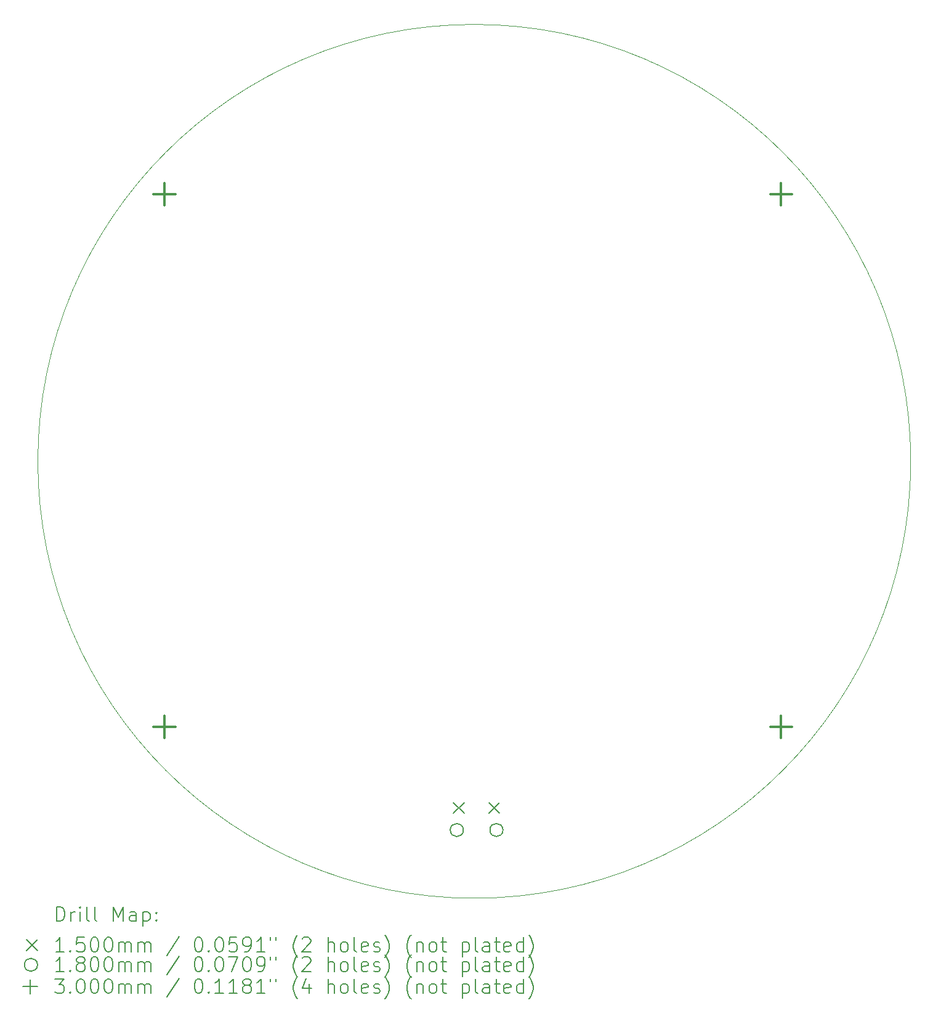
<source format=gbr>
%TF.GenerationSoftware,KiCad,Pcbnew,7.0.9*%
%TF.CreationDate,2023-11-23T17:00:37+01:00*%
%TF.ProjectId,astrasat1,61737472-6173-4617-9431-2e6b69636164,v1*%
%TF.SameCoordinates,Original*%
%TF.FileFunction,Drillmap*%
%TF.FilePolarity,Positive*%
%FSLAX45Y45*%
G04 Gerber Fmt 4.5, Leading zero omitted, Abs format (unit mm)*
G04 Created by KiCad (PCBNEW 7.0.9) date 2023-11-23 17:00:37*
%MOMM*%
%LPD*%
G01*
G04 APERTURE LIST*
%ADD10C,0.100000*%
%ADD11C,0.200000*%
%ADD12C,0.150000*%
%ADD13C,0.180000*%
%ADD14C,0.300000*%
G04 APERTURE END LIST*
D10*
X21181500Y-9436000D02*
G75*
G03*
X21181500Y-9436000I-6000000J0D01*
G01*
D11*
D12*
X14896000Y-14121500D02*
X15046000Y-14271500D01*
X15046000Y-14121500D02*
X14896000Y-14271500D01*
X15381000Y-14121500D02*
X15531000Y-14271500D01*
X15531000Y-14121500D02*
X15381000Y-14271500D01*
D13*
X15031000Y-14499500D02*
G75*
G03*
X15031000Y-14499500I-90000J0D01*
G01*
X15576000Y-14499500D02*
G75*
G03*
X15576000Y-14499500I-90000J0D01*
G01*
D14*
X10922000Y-5619000D02*
X10922000Y-5919000D01*
X10772000Y-5769000D02*
X11072000Y-5769000D01*
X10922000Y-12931000D02*
X10922000Y-13231000D01*
X10772000Y-13081000D02*
X11072000Y-13081000D01*
X19400000Y-5619000D02*
X19400000Y-5919000D01*
X19250000Y-5769000D02*
X19550000Y-5769000D01*
X19400000Y-12931000D02*
X19400000Y-13231000D01*
X19250000Y-13081000D02*
X19550000Y-13081000D01*
D11*
X9437277Y-15752484D02*
X9437277Y-15552484D01*
X9437277Y-15552484D02*
X9484896Y-15552484D01*
X9484896Y-15552484D02*
X9513467Y-15562008D01*
X9513467Y-15562008D02*
X9532515Y-15581055D01*
X9532515Y-15581055D02*
X9542039Y-15600103D01*
X9542039Y-15600103D02*
X9551563Y-15638198D01*
X9551563Y-15638198D02*
X9551563Y-15666769D01*
X9551563Y-15666769D02*
X9542039Y-15704865D01*
X9542039Y-15704865D02*
X9532515Y-15723912D01*
X9532515Y-15723912D02*
X9513467Y-15742960D01*
X9513467Y-15742960D02*
X9484896Y-15752484D01*
X9484896Y-15752484D02*
X9437277Y-15752484D01*
X9637277Y-15752484D02*
X9637277Y-15619150D01*
X9637277Y-15657246D02*
X9646801Y-15638198D01*
X9646801Y-15638198D02*
X9656324Y-15628674D01*
X9656324Y-15628674D02*
X9675372Y-15619150D01*
X9675372Y-15619150D02*
X9694420Y-15619150D01*
X9761086Y-15752484D02*
X9761086Y-15619150D01*
X9761086Y-15552484D02*
X9751563Y-15562008D01*
X9751563Y-15562008D02*
X9761086Y-15571531D01*
X9761086Y-15571531D02*
X9770610Y-15562008D01*
X9770610Y-15562008D02*
X9761086Y-15552484D01*
X9761086Y-15552484D02*
X9761086Y-15571531D01*
X9884896Y-15752484D02*
X9865848Y-15742960D01*
X9865848Y-15742960D02*
X9856324Y-15723912D01*
X9856324Y-15723912D02*
X9856324Y-15552484D01*
X9989658Y-15752484D02*
X9970610Y-15742960D01*
X9970610Y-15742960D02*
X9961086Y-15723912D01*
X9961086Y-15723912D02*
X9961086Y-15552484D01*
X10218229Y-15752484D02*
X10218229Y-15552484D01*
X10218229Y-15552484D02*
X10284896Y-15695341D01*
X10284896Y-15695341D02*
X10351563Y-15552484D01*
X10351563Y-15552484D02*
X10351563Y-15752484D01*
X10532515Y-15752484D02*
X10532515Y-15647722D01*
X10532515Y-15647722D02*
X10522991Y-15628674D01*
X10522991Y-15628674D02*
X10503944Y-15619150D01*
X10503944Y-15619150D02*
X10465848Y-15619150D01*
X10465848Y-15619150D02*
X10446801Y-15628674D01*
X10532515Y-15742960D02*
X10513467Y-15752484D01*
X10513467Y-15752484D02*
X10465848Y-15752484D01*
X10465848Y-15752484D02*
X10446801Y-15742960D01*
X10446801Y-15742960D02*
X10437277Y-15723912D01*
X10437277Y-15723912D02*
X10437277Y-15704865D01*
X10437277Y-15704865D02*
X10446801Y-15685817D01*
X10446801Y-15685817D02*
X10465848Y-15676293D01*
X10465848Y-15676293D02*
X10513467Y-15676293D01*
X10513467Y-15676293D02*
X10532515Y-15666769D01*
X10627753Y-15619150D02*
X10627753Y-15819150D01*
X10627753Y-15628674D02*
X10646801Y-15619150D01*
X10646801Y-15619150D02*
X10684896Y-15619150D01*
X10684896Y-15619150D02*
X10703944Y-15628674D01*
X10703944Y-15628674D02*
X10713467Y-15638198D01*
X10713467Y-15638198D02*
X10722991Y-15657246D01*
X10722991Y-15657246D02*
X10722991Y-15714388D01*
X10722991Y-15714388D02*
X10713467Y-15733436D01*
X10713467Y-15733436D02*
X10703944Y-15742960D01*
X10703944Y-15742960D02*
X10684896Y-15752484D01*
X10684896Y-15752484D02*
X10646801Y-15752484D01*
X10646801Y-15752484D02*
X10627753Y-15742960D01*
X10808705Y-15733436D02*
X10818229Y-15742960D01*
X10818229Y-15742960D02*
X10808705Y-15752484D01*
X10808705Y-15752484D02*
X10799182Y-15742960D01*
X10799182Y-15742960D02*
X10808705Y-15733436D01*
X10808705Y-15733436D02*
X10808705Y-15752484D01*
X10808705Y-15628674D02*
X10818229Y-15638198D01*
X10818229Y-15638198D02*
X10808705Y-15647722D01*
X10808705Y-15647722D02*
X10799182Y-15638198D01*
X10799182Y-15638198D02*
X10808705Y-15628674D01*
X10808705Y-15628674D02*
X10808705Y-15647722D01*
D12*
X9026500Y-16006000D02*
X9176500Y-16156000D01*
X9176500Y-16006000D02*
X9026500Y-16156000D01*
D11*
X9542039Y-16172484D02*
X9427753Y-16172484D01*
X9484896Y-16172484D02*
X9484896Y-15972484D01*
X9484896Y-15972484D02*
X9465848Y-16001055D01*
X9465848Y-16001055D02*
X9446801Y-16020103D01*
X9446801Y-16020103D02*
X9427753Y-16029627D01*
X9627753Y-16153436D02*
X9637277Y-16162960D01*
X9637277Y-16162960D02*
X9627753Y-16172484D01*
X9627753Y-16172484D02*
X9618229Y-16162960D01*
X9618229Y-16162960D02*
X9627753Y-16153436D01*
X9627753Y-16153436D02*
X9627753Y-16172484D01*
X9818229Y-15972484D02*
X9722991Y-15972484D01*
X9722991Y-15972484D02*
X9713467Y-16067722D01*
X9713467Y-16067722D02*
X9722991Y-16058198D01*
X9722991Y-16058198D02*
X9742039Y-16048674D01*
X9742039Y-16048674D02*
X9789658Y-16048674D01*
X9789658Y-16048674D02*
X9808705Y-16058198D01*
X9808705Y-16058198D02*
X9818229Y-16067722D01*
X9818229Y-16067722D02*
X9827753Y-16086769D01*
X9827753Y-16086769D02*
X9827753Y-16134388D01*
X9827753Y-16134388D02*
X9818229Y-16153436D01*
X9818229Y-16153436D02*
X9808705Y-16162960D01*
X9808705Y-16162960D02*
X9789658Y-16172484D01*
X9789658Y-16172484D02*
X9742039Y-16172484D01*
X9742039Y-16172484D02*
X9722991Y-16162960D01*
X9722991Y-16162960D02*
X9713467Y-16153436D01*
X9951563Y-15972484D02*
X9970610Y-15972484D01*
X9970610Y-15972484D02*
X9989658Y-15982008D01*
X9989658Y-15982008D02*
X9999182Y-15991531D01*
X9999182Y-15991531D02*
X10008705Y-16010579D01*
X10008705Y-16010579D02*
X10018229Y-16048674D01*
X10018229Y-16048674D02*
X10018229Y-16096293D01*
X10018229Y-16096293D02*
X10008705Y-16134388D01*
X10008705Y-16134388D02*
X9999182Y-16153436D01*
X9999182Y-16153436D02*
X9989658Y-16162960D01*
X9989658Y-16162960D02*
X9970610Y-16172484D01*
X9970610Y-16172484D02*
X9951563Y-16172484D01*
X9951563Y-16172484D02*
X9932515Y-16162960D01*
X9932515Y-16162960D02*
X9922991Y-16153436D01*
X9922991Y-16153436D02*
X9913467Y-16134388D01*
X9913467Y-16134388D02*
X9903944Y-16096293D01*
X9903944Y-16096293D02*
X9903944Y-16048674D01*
X9903944Y-16048674D02*
X9913467Y-16010579D01*
X9913467Y-16010579D02*
X9922991Y-15991531D01*
X9922991Y-15991531D02*
X9932515Y-15982008D01*
X9932515Y-15982008D02*
X9951563Y-15972484D01*
X10142039Y-15972484D02*
X10161086Y-15972484D01*
X10161086Y-15972484D02*
X10180134Y-15982008D01*
X10180134Y-15982008D02*
X10189658Y-15991531D01*
X10189658Y-15991531D02*
X10199182Y-16010579D01*
X10199182Y-16010579D02*
X10208705Y-16048674D01*
X10208705Y-16048674D02*
X10208705Y-16096293D01*
X10208705Y-16096293D02*
X10199182Y-16134388D01*
X10199182Y-16134388D02*
X10189658Y-16153436D01*
X10189658Y-16153436D02*
X10180134Y-16162960D01*
X10180134Y-16162960D02*
X10161086Y-16172484D01*
X10161086Y-16172484D02*
X10142039Y-16172484D01*
X10142039Y-16172484D02*
X10122991Y-16162960D01*
X10122991Y-16162960D02*
X10113467Y-16153436D01*
X10113467Y-16153436D02*
X10103944Y-16134388D01*
X10103944Y-16134388D02*
X10094420Y-16096293D01*
X10094420Y-16096293D02*
X10094420Y-16048674D01*
X10094420Y-16048674D02*
X10103944Y-16010579D01*
X10103944Y-16010579D02*
X10113467Y-15991531D01*
X10113467Y-15991531D02*
X10122991Y-15982008D01*
X10122991Y-15982008D02*
X10142039Y-15972484D01*
X10294420Y-16172484D02*
X10294420Y-16039150D01*
X10294420Y-16058198D02*
X10303944Y-16048674D01*
X10303944Y-16048674D02*
X10322991Y-16039150D01*
X10322991Y-16039150D02*
X10351563Y-16039150D01*
X10351563Y-16039150D02*
X10370610Y-16048674D01*
X10370610Y-16048674D02*
X10380134Y-16067722D01*
X10380134Y-16067722D02*
X10380134Y-16172484D01*
X10380134Y-16067722D02*
X10389658Y-16048674D01*
X10389658Y-16048674D02*
X10408705Y-16039150D01*
X10408705Y-16039150D02*
X10437277Y-16039150D01*
X10437277Y-16039150D02*
X10456325Y-16048674D01*
X10456325Y-16048674D02*
X10465848Y-16067722D01*
X10465848Y-16067722D02*
X10465848Y-16172484D01*
X10561086Y-16172484D02*
X10561086Y-16039150D01*
X10561086Y-16058198D02*
X10570610Y-16048674D01*
X10570610Y-16048674D02*
X10589658Y-16039150D01*
X10589658Y-16039150D02*
X10618229Y-16039150D01*
X10618229Y-16039150D02*
X10637277Y-16048674D01*
X10637277Y-16048674D02*
X10646801Y-16067722D01*
X10646801Y-16067722D02*
X10646801Y-16172484D01*
X10646801Y-16067722D02*
X10656325Y-16048674D01*
X10656325Y-16048674D02*
X10675372Y-16039150D01*
X10675372Y-16039150D02*
X10703944Y-16039150D01*
X10703944Y-16039150D02*
X10722991Y-16048674D01*
X10722991Y-16048674D02*
X10732515Y-16067722D01*
X10732515Y-16067722D02*
X10732515Y-16172484D01*
X11122991Y-15962960D02*
X10951563Y-16220103D01*
X11380134Y-15972484D02*
X11399182Y-15972484D01*
X11399182Y-15972484D02*
X11418229Y-15982008D01*
X11418229Y-15982008D02*
X11427753Y-15991531D01*
X11427753Y-15991531D02*
X11437277Y-16010579D01*
X11437277Y-16010579D02*
X11446801Y-16048674D01*
X11446801Y-16048674D02*
X11446801Y-16096293D01*
X11446801Y-16096293D02*
X11437277Y-16134388D01*
X11437277Y-16134388D02*
X11427753Y-16153436D01*
X11427753Y-16153436D02*
X11418229Y-16162960D01*
X11418229Y-16162960D02*
X11399182Y-16172484D01*
X11399182Y-16172484D02*
X11380134Y-16172484D01*
X11380134Y-16172484D02*
X11361086Y-16162960D01*
X11361086Y-16162960D02*
X11351563Y-16153436D01*
X11351563Y-16153436D02*
X11342039Y-16134388D01*
X11342039Y-16134388D02*
X11332515Y-16096293D01*
X11332515Y-16096293D02*
X11332515Y-16048674D01*
X11332515Y-16048674D02*
X11342039Y-16010579D01*
X11342039Y-16010579D02*
X11351563Y-15991531D01*
X11351563Y-15991531D02*
X11361086Y-15982008D01*
X11361086Y-15982008D02*
X11380134Y-15972484D01*
X11532515Y-16153436D02*
X11542039Y-16162960D01*
X11542039Y-16162960D02*
X11532515Y-16172484D01*
X11532515Y-16172484D02*
X11522991Y-16162960D01*
X11522991Y-16162960D02*
X11532515Y-16153436D01*
X11532515Y-16153436D02*
X11532515Y-16172484D01*
X11665848Y-15972484D02*
X11684896Y-15972484D01*
X11684896Y-15972484D02*
X11703944Y-15982008D01*
X11703944Y-15982008D02*
X11713467Y-15991531D01*
X11713467Y-15991531D02*
X11722991Y-16010579D01*
X11722991Y-16010579D02*
X11732515Y-16048674D01*
X11732515Y-16048674D02*
X11732515Y-16096293D01*
X11732515Y-16096293D02*
X11722991Y-16134388D01*
X11722991Y-16134388D02*
X11713467Y-16153436D01*
X11713467Y-16153436D02*
X11703944Y-16162960D01*
X11703944Y-16162960D02*
X11684896Y-16172484D01*
X11684896Y-16172484D02*
X11665848Y-16172484D01*
X11665848Y-16172484D02*
X11646801Y-16162960D01*
X11646801Y-16162960D02*
X11637277Y-16153436D01*
X11637277Y-16153436D02*
X11627753Y-16134388D01*
X11627753Y-16134388D02*
X11618229Y-16096293D01*
X11618229Y-16096293D02*
X11618229Y-16048674D01*
X11618229Y-16048674D02*
X11627753Y-16010579D01*
X11627753Y-16010579D02*
X11637277Y-15991531D01*
X11637277Y-15991531D02*
X11646801Y-15982008D01*
X11646801Y-15982008D02*
X11665848Y-15972484D01*
X11913467Y-15972484D02*
X11818229Y-15972484D01*
X11818229Y-15972484D02*
X11808706Y-16067722D01*
X11808706Y-16067722D02*
X11818229Y-16058198D01*
X11818229Y-16058198D02*
X11837277Y-16048674D01*
X11837277Y-16048674D02*
X11884896Y-16048674D01*
X11884896Y-16048674D02*
X11903944Y-16058198D01*
X11903944Y-16058198D02*
X11913467Y-16067722D01*
X11913467Y-16067722D02*
X11922991Y-16086769D01*
X11922991Y-16086769D02*
X11922991Y-16134388D01*
X11922991Y-16134388D02*
X11913467Y-16153436D01*
X11913467Y-16153436D02*
X11903944Y-16162960D01*
X11903944Y-16162960D02*
X11884896Y-16172484D01*
X11884896Y-16172484D02*
X11837277Y-16172484D01*
X11837277Y-16172484D02*
X11818229Y-16162960D01*
X11818229Y-16162960D02*
X11808706Y-16153436D01*
X12018229Y-16172484D02*
X12056325Y-16172484D01*
X12056325Y-16172484D02*
X12075372Y-16162960D01*
X12075372Y-16162960D02*
X12084896Y-16153436D01*
X12084896Y-16153436D02*
X12103944Y-16124865D01*
X12103944Y-16124865D02*
X12113467Y-16086769D01*
X12113467Y-16086769D02*
X12113467Y-16010579D01*
X12113467Y-16010579D02*
X12103944Y-15991531D01*
X12103944Y-15991531D02*
X12094420Y-15982008D01*
X12094420Y-15982008D02*
X12075372Y-15972484D01*
X12075372Y-15972484D02*
X12037277Y-15972484D01*
X12037277Y-15972484D02*
X12018229Y-15982008D01*
X12018229Y-15982008D02*
X12008706Y-15991531D01*
X12008706Y-15991531D02*
X11999182Y-16010579D01*
X11999182Y-16010579D02*
X11999182Y-16058198D01*
X11999182Y-16058198D02*
X12008706Y-16077246D01*
X12008706Y-16077246D02*
X12018229Y-16086769D01*
X12018229Y-16086769D02*
X12037277Y-16096293D01*
X12037277Y-16096293D02*
X12075372Y-16096293D01*
X12075372Y-16096293D02*
X12094420Y-16086769D01*
X12094420Y-16086769D02*
X12103944Y-16077246D01*
X12103944Y-16077246D02*
X12113467Y-16058198D01*
X12303944Y-16172484D02*
X12189658Y-16172484D01*
X12246801Y-16172484D02*
X12246801Y-15972484D01*
X12246801Y-15972484D02*
X12227753Y-16001055D01*
X12227753Y-16001055D02*
X12208706Y-16020103D01*
X12208706Y-16020103D02*
X12189658Y-16029627D01*
X12380134Y-15972484D02*
X12380134Y-16010579D01*
X12456325Y-15972484D02*
X12456325Y-16010579D01*
X12751563Y-16248674D02*
X12742039Y-16239150D01*
X12742039Y-16239150D02*
X12722991Y-16210579D01*
X12722991Y-16210579D02*
X12713468Y-16191531D01*
X12713468Y-16191531D02*
X12703944Y-16162960D01*
X12703944Y-16162960D02*
X12694420Y-16115341D01*
X12694420Y-16115341D02*
X12694420Y-16077246D01*
X12694420Y-16077246D02*
X12703944Y-16029627D01*
X12703944Y-16029627D02*
X12713468Y-16001055D01*
X12713468Y-16001055D02*
X12722991Y-15982008D01*
X12722991Y-15982008D02*
X12742039Y-15953436D01*
X12742039Y-15953436D02*
X12751563Y-15943912D01*
X12818229Y-15991531D02*
X12827753Y-15982008D01*
X12827753Y-15982008D02*
X12846801Y-15972484D01*
X12846801Y-15972484D02*
X12894420Y-15972484D01*
X12894420Y-15972484D02*
X12913468Y-15982008D01*
X12913468Y-15982008D02*
X12922991Y-15991531D01*
X12922991Y-15991531D02*
X12932515Y-16010579D01*
X12932515Y-16010579D02*
X12932515Y-16029627D01*
X12932515Y-16029627D02*
X12922991Y-16058198D01*
X12922991Y-16058198D02*
X12808706Y-16172484D01*
X12808706Y-16172484D02*
X12932515Y-16172484D01*
X13170610Y-16172484D02*
X13170610Y-15972484D01*
X13256325Y-16172484D02*
X13256325Y-16067722D01*
X13256325Y-16067722D02*
X13246801Y-16048674D01*
X13246801Y-16048674D02*
X13227753Y-16039150D01*
X13227753Y-16039150D02*
X13199182Y-16039150D01*
X13199182Y-16039150D02*
X13180134Y-16048674D01*
X13180134Y-16048674D02*
X13170610Y-16058198D01*
X13380134Y-16172484D02*
X13361087Y-16162960D01*
X13361087Y-16162960D02*
X13351563Y-16153436D01*
X13351563Y-16153436D02*
X13342039Y-16134388D01*
X13342039Y-16134388D02*
X13342039Y-16077246D01*
X13342039Y-16077246D02*
X13351563Y-16058198D01*
X13351563Y-16058198D02*
X13361087Y-16048674D01*
X13361087Y-16048674D02*
X13380134Y-16039150D01*
X13380134Y-16039150D02*
X13408706Y-16039150D01*
X13408706Y-16039150D02*
X13427753Y-16048674D01*
X13427753Y-16048674D02*
X13437277Y-16058198D01*
X13437277Y-16058198D02*
X13446801Y-16077246D01*
X13446801Y-16077246D02*
X13446801Y-16134388D01*
X13446801Y-16134388D02*
X13437277Y-16153436D01*
X13437277Y-16153436D02*
X13427753Y-16162960D01*
X13427753Y-16162960D02*
X13408706Y-16172484D01*
X13408706Y-16172484D02*
X13380134Y-16172484D01*
X13561087Y-16172484D02*
X13542039Y-16162960D01*
X13542039Y-16162960D02*
X13532515Y-16143912D01*
X13532515Y-16143912D02*
X13532515Y-15972484D01*
X13713468Y-16162960D02*
X13694420Y-16172484D01*
X13694420Y-16172484D02*
X13656325Y-16172484D01*
X13656325Y-16172484D02*
X13637277Y-16162960D01*
X13637277Y-16162960D02*
X13627753Y-16143912D01*
X13627753Y-16143912D02*
X13627753Y-16067722D01*
X13627753Y-16067722D02*
X13637277Y-16048674D01*
X13637277Y-16048674D02*
X13656325Y-16039150D01*
X13656325Y-16039150D02*
X13694420Y-16039150D01*
X13694420Y-16039150D02*
X13713468Y-16048674D01*
X13713468Y-16048674D02*
X13722991Y-16067722D01*
X13722991Y-16067722D02*
X13722991Y-16086769D01*
X13722991Y-16086769D02*
X13627753Y-16105817D01*
X13799182Y-16162960D02*
X13818230Y-16172484D01*
X13818230Y-16172484D02*
X13856325Y-16172484D01*
X13856325Y-16172484D02*
X13875372Y-16162960D01*
X13875372Y-16162960D02*
X13884896Y-16143912D01*
X13884896Y-16143912D02*
X13884896Y-16134388D01*
X13884896Y-16134388D02*
X13875372Y-16115341D01*
X13875372Y-16115341D02*
X13856325Y-16105817D01*
X13856325Y-16105817D02*
X13827753Y-16105817D01*
X13827753Y-16105817D02*
X13808706Y-16096293D01*
X13808706Y-16096293D02*
X13799182Y-16077246D01*
X13799182Y-16077246D02*
X13799182Y-16067722D01*
X13799182Y-16067722D02*
X13808706Y-16048674D01*
X13808706Y-16048674D02*
X13827753Y-16039150D01*
X13827753Y-16039150D02*
X13856325Y-16039150D01*
X13856325Y-16039150D02*
X13875372Y-16048674D01*
X13951563Y-16248674D02*
X13961087Y-16239150D01*
X13961087Y-16239150D02*
X13980134Y-16210579D01*
X13980134Y-16210579D02*
X13989658Y-16191531D01*
X13989658Y-16191531D02*
X13999182Y-16162960D01*
X13999182Y-16162960D02*
X14008706Y-16115341D01*
X14008706Y-16115341D02*
X14008706Y-16077246D01*
X14008706Y-16077246D02*
X13999182Y-16029627D01*
X13999182Y-16029627D02*
X13989658Y-16001055D01*
X13989658Y-16001055D02*
X13980134Y-15982008D01*
X13980134Y-15982008D02*
X13961087Y-15953436D01*
X13961087Y-15953436D02*
X13951563Y-15943912D01*
X14313468Y-16248674D02*
X14303944Y-16239150D01*
X14303944Y-16239150D02*
X14284896Y-16210579D01*
X14284896Y-16210579D02*
X14275372Y-16191531D01*
X14275372Y-16191531D02*
X14265849Y-16162960D01*
X14265849Y-16162960D02*
X14256325Y-16115341D01*
X14256325Y-16115341D02*
X14256325Y-16077246D01*
X14256325Y-16077246D02*
X14265849Y-16029627D01*
X14265849Y-16029627D02*
X14275372Y-16001055D01*
X14275372Y-16001055D02*
X14284896Y-15982008D01*
X14284896Y-15982008D02*
X14303944Y-15953436D01*
X14303944Y-15953436D02*
X14313468Y-15943912D01*
X14389658Y-16039150D02*
X14389658Y-16172484D01*
X14389658Y-16058198D02*
X14399182Y-16048674D01*
X14399182Y-16048674D02*
X14418230Y-16039150D01*
X14418230Y-16039150D02*
X14446801Y-16039150D01*
X14446801Y-16039150D02*
X14465849Y-16048674D01*
X14465849Y-16048674D02*
X14475372Y-16067722D01*
X14475372Y-16067722D02*
X14475372Y-16172484D01*
X14599182Y-16172484D02*
X14580134Y-16162960D01*
X14580134Y-16162960D02*
X14570611Y-16153436D01*
X14570611Y-16153436D02*
X14561087Y-16134388D01*
X14561087Y-16134388D02*
X14561087Y-16077246D01*
X14561087Y-16077246D02*
X14570611Y-16058198D01*
X14570611Y-16058198D02*
X14580134Y-16048674D01*
X14580134Y-16048674D02*
X14599182Y-16039150D01*
X14599182Y-16039150D02*
X14627753Y-16039150D01*
X14627753Y-16039150D02*
X14646801Y-16048674D01*
X14646801Y-16048674D02*
X14656325Y-16058198D01*
X14656325Y-16058198D02*
X14665849Y-16077246D01*
X14665849Y-16077246D02*
X14665849Y-16134388D01*
X14665849Y-16134388D02*
X14656325Y-16153436D01*
X14656325Y-16153436D02*
X14646801Y-16162960D01*
X14646801Y-16162960D02*
X14627753Y-16172484D01*
X14627753Y-16172484D02*
X14599182Y-16172484D01*
X14722992Y-16039150D02*
X14799182Y-16039150D01*
X14751563Y-15972484D02*
X14751563Y-16143912D01*
X14751563Y-16143912D02*
X14761087Y-16162960D01*
X14761087Y-16162960D02*
X14780134Y-16172484D01*
X14780134Y-16172484D02*
X14799182Y-16172484D01*
X15018230Y-16039150D02*
X15018230Y-16239150D01*
X15018230Y-16048674D02*
X15037277Y-16039150D01*
X15037277Y-16039150D02*
X15075373Y-16039150D01*
X15075373Y-16039150D02*
X15094420Y-16048674D01*
X15094420Y-16048674D02*
X15103944Y-16058198D01*
X15103944Y-16058198D02*
X15113468Y-16077246D01*
X15113468Y-16077246D02*
X15113468Y-16134388D01*
X15113468Y-16134388D02*
X15103944Y-16153436D01*
X15103944Y-16153436D02*
X15094420Y-16162960D01*
X15094420Y-16162960D02*
X15075373Y-16172484D01*
X15075373Y-16172484D02*
X15037277Y-16172484D01*
X15037277Y-16172484D02*
X15018230Y-16162960D01*
X15227753Y-16172484D02*
X15208706Y-16162960D01*
X15208706Y-16162960D02*
X15199182Y-16143912D01*
X15199182Y-16143912D02*
X15199182Y-15972484D01*
X15389658Y-16172484D02*
X15389658Y-16067722D01*
X15389658Y-16067722D02*
X15380134Y-16048674D01*
X15380134Y-16048674D02*
X15361087Y-16039150D01*
X15361087Y-16039150D02*
X15322992Y-16039150D01*
X15322992Y-16039150D02*
X15303944Y-16048674D01*
X15389658Y-16162960D02*
X15370611Y-16172484D01*
X15370611Y-16172484D02*
X15322992Y-16172484D01*
X15322992Y-16172484D02*
X15303944Y-16162960D01*
X15303944Y-16162960D02*
X15294420Y-16143912D01*
X15294420Y-16143912D02*
X15294420Y-16124865D01*
X15294420Y-16124865D02*
X15303944Y-16105817D01*
X15303944Y-16105817D02*
X15322992Y-16096293D01*
X15322992Y-16096293D02*
X15370611Y-16096293D01*
X15370611Y-16096293D02*
X15389658Y-16086769D01*
X15456325Y-16039150D02*
X15532515Y-16039150D01*
X15484896Y-15972484D02*
X15484896Y-16143912D01*
X15484896Y-16143912D02*
X15494420Y-16162960D01*
X15494420Y-16162960D02*
X15513468Y-16172484D01*
X15513468Y-16172484D02*
X15532515Y-16172484D01*
X15675373Y-16162960D02*
X15656325Y-16172484D01*
X15656325Y-16172484D02*
X15618230Y-16172484D01*
X15618230Y-16172484D02*
X15599182Y-16162960D01*
X15599182Y-16162960D02*
X15589658Y-16143912D01*
X15589658Y-16143912D02*
X15589658Y-16067722D01*
X15589658Y-16067722D02*
X15599182Y-16048674D01*
X15599182Y-16048674D02*
X15618230Y-16039150D01*
X15618230Y-16039150D02*
X15656325Y-16039150D01*
X15656325Y-16039150D02*
X15675373Y-16048674D01*
X15675373Y-16048674D02*
X15684896Y-16067722D01*
X15684896Y-16067722D02*
X15684896Y-16086769D01*
X15684896Y-16086769D02*
X15589658Y-16105817D01*
X15856325Y-16172484D02*
X15856325Y-15972484D01*
X15856325Y-16162960D02*
X15837277Y-16172484D01*
X15837277Y-16172484D02*
X15799182Y-16172484D01*
X15799182Y-16172484D02*
X15780134Y-16162960D01*
X15780134Y-16162960D02*
X15770611Y-16153436D01*
X15770611Y-16153436D02*
X15761087Y-16134388D01*
X15761087Y-16134388D02*
X15761087Y-16077246D01*
X15761087Y-16077246D02*
X15770611Y-16058198D01*
X15770611Y-16058198D02*
X15780134Y-16048674D01*
X15780134Y-16048674D02*
X15799182Y-16039150D01*
X15799182Y-16039150D02*
X15837277Y-16039150D01*
X15837277Y-16039150D02*
X15856325Y-16048674D01*
X15932515Y-16248674D02*
X15942039Y-16239150D01*
X15942039Y-16239150D02*
X15961087Y-16210579D01*
X15961087Y-16210579D02*
X15970611Y-16191531D01*
X15970611Y-16191531D02*
X15980134Y-16162960D01*
X15980134Y-16162960D02*
X15989658Y-16115341D01*
X15989658Y-16115341D02*
X15989658Y-16077246D01*
X15989658Y-16077246D02*
X15980134Y-16029627D01*
X15980134Y-16029627D02*
X15970611Y-16001055D01*
X15970611Y-16001055D02*
X15961087Y-15982008D01*
X15961087Y-15982008D02*
X15942039Y-15953436D01*
X15942039Y-15953436D02*
X15932515Y-15943912D01*
D13*
X9176500Y-16351000D02*
G75*
G03*
X9176500Y-16351000I-90000J0D01*
G01*
D11*
X9542039Y-16442484D02*
X9427753Y-16442484D01*
X9484896Y-16442484D02*
X9484896Y-16242484D01*
X9484896Y-16242484D02*
X9465848Y-16271055D01*
X9465848Y-16271055D02*
X9446801Y-16290103D01*
X9446801Y-16290103D02*
X9427753Y-16299627D01*
X9627753Y-16423436D02*
X9637277Y-16432960D01*
X9637277Y-16432960D02*
X9627753Y-16442484D01*
X9627753Y-16442484D02*
X9618229Y-16432960D01*
X9618229Y-16432960D02*
X9627753Y-16423436D01*
X9627753Y-16423436D02*
X9627753Y-16442484D01*
X9751563Y-16328198D02*
X9732515Y-16318674D01*
X9732515Y-16318674D02*
X9722991Y-16309150D01*
X9722991Y-16309150D02*
X9713467Y-16290103D01*
X9713467Y-16290103D02*
X9713467Y-16280579D01*
X9713467Y-16280579D02*
X9722991Y-16261531D01*
X9722991Y-16261531D02*
X9732515Y-16252008D01*
X9732515Y-16252008D02*
X9751563Y-16242484D01*
X9751563Y-16242484D02*
X9789658Y-16242484D01*
X9789658Y-16242484D02*
X9808705Y-16252008D01*
X9808705Y-16252008D02*
X9818229Y-16261531D01*
X9818229Y-16261531D02*
X9827753Y-16280579D01*
X9827753Y-16280579D02*
X9827753Y-16290103D01*
X9827753Y-16290103D02*
X9818229Y-16309150D01*
X9818229Y-16309150D02*
X9808705Y-16318674D01*
X9808705Y-16318674D02*
X9789658Y-16328198D01*
X9789658Y-16328198D02*
X9751563Y-16328198D01*
X9751563Y-16328198D02*
X9732515Y-16337722D01*
X9732515Y-16337722D02*
X9722991Y-16347246D01*
X9722991Y-16347246D02*
X9713467Y-16366293D01*
X9713467Y-16366293D02*
X9713467Y-16404388D01*
X9713467Y-16404388D02*
X9722991Y-16423436D01*
X9722991Y-16423436D02*
X9732515Y-16432960D01*
X9732515Y-16432960D02*
X9751563Y-16442484D01*
X9751563Y-16442484D02*
X9789658Y-16442484D01*
X9789658Y-16442484D02*
X9808705Y-16432960D01*
X9808705Y-16432960D02*
X9818229Y-16423436D01*
X9818229Y-16423436D02*
X9827753Y-16404388D01*
X9827753Y-16404388D02*
X9827753Y-16366293D01*
X9827753Y-16366293D02*
X9818229Y-16347246D01*
X9818229Y-16347246D02*
X9808705Y-16337722D01*
X9808705Y-16337722D02*
X9789658Y-16328198D01*
X9951563Y-16242484D02*
X9970610Y-16242484D01*
X9970610Y-16242484D02*
X9989658Y-16252008D01*
X9989658Y-16252008D02*
X9999182Y-16261531D01*
X9999182Y-16261531D02*
X10008705Y-16280579D01*
X10008705Y-16280579D02*
X10018229Y-16318674D01*
X10018229Y-16318674D02*
X10018229Y-16366293D01*
X10018229Y-16366293D02*
X10008705Y-16404388D01*
X10008705Y-16404388D02*
X9999182Y-16423436D01*
X9999182Y-16423436D02*
X9989658Y-16432960D01*
X9989658Y-16432960D02*
X9970610Y-16442484D01*
X9970610Y-16442484D02*
X9951563Y-16442484D01*
X9951563Y-16442484D02*
X9932515Y-16432960D01*
X9932515Y-16432960D02*
X9922991Y-16423436D01*
X9922991Y-16423436D02*
X9913467Y-16404388D01*
X9913467Y-16404388D02*
X9903944Y-16366293D01*
X9903944Y-16366293D02*
X9903944Y-16318674D01*
X9903944Y-16318674D02*
X9913467Y-16280579D01*
X9913467Y-16280579D02*
X9922991Y-16261531D01*
X9922991Y-16261531D02*
X9932515Y-16252008D01*
X9932515Y-16252008D02*
X9951563Y-16242484D01*
X10142039Y-16242484D02*
X10161086Y-16242484D01*
X10161086Y-16242484D02*
X10180134Y-16252008D01*
X10180134Y-16252008D02*
X10189658Y-16261531D01*
X10189658Y-16261531D02*
X10199182Y-16280579D01*
X10199182Y-16280579D02*
X10208705Y-16318674D01*
X10208705Y-16318674D02*
X10208705Y-16366293D01*
X10208705Y-16366293D02*
X10199182Y-16404388D01*
X10199182Y-16404388D02*
X10189658Y-16423436D01*
X10189658Y-16423436D02*
X10180134Y-16432960D01*
X10180134Y-16432960D02*
X10161086Y-16442484D01*
X10161086Y-16442484D02*
X10142039Y-16442484D01*
X10142039Y-16442484D02*
X10122991Y-16432960D01*
X10122991Y-16432960D02*
X10113467Y-16423436D01*
X10113467Y-16423436D02*
X10103944Y-16404388D01*
X10103944Y-16404388D02*
X10094420Y-16366293D01*
X10094420Y-16366293D02*
X10094420Y-16318674D01*
X10094420Y-16318674D02*
X10103944Y-16280579D01*
X10103944Y-16280579D02*
X10113467Y-16261531D01*
X10113467Y-16261531D02*
X10122991Y-16252008D01*
X10122991Y-16252008D02*
X10142039Y-16242484D01*
X10294420Y-16442484D02*
X10294420Y-16309150D01*
X10294420Y-16328198D02*
X10303944Y-16318674D01*
X10303944Y-16318674D02*
X10322991Y-16309150D01*
X10322991Y-16309150D02*
X10351563Y-16309150D01*
X10351563Y-16309150D02*
X10370610Y-16318674D01*
X10370610Y-16318674D02*
X10380134Y-16337722D01*
X10380134Y-16337722D02*
X10380134Y-16442484D01*
X10380134Y-16337722D02*
X10389658Y-16318674D01*
X10389658Y-16318674D02*
X10408705Y-16309150D01*
X10408705Y-16309150D02*
X10437277Y-16309150D01*
X10437277Y-16309150D02*
X10456325Y-16318674D01*
X10456325Y-16318674D02*
X10465848Y-16337722D01*
X10465848Y-16337722D02*
X10465848Y-16442484D01*
X10561086Y-16442484D02*
X10561086Y-16309150D01*
X10561086Y-16328198D02*
X10570610Y-16318674D01*
X10570610Y-16318674D02*
X10589658Y-16309150D01*
X10589658Y-16309150D02*
X10618229Y-16309150D01*
X10618229Y-16309150D02*
X10637277Y-16318674D01*
X10637277Y-16318674D02*
X10646801Y-16337722D01*
X10646801Y-16337722D02*
X10646801Y-16442484D01*
X10646801Y-16337722D02*
X10656325Y-16318674D01*
X10656325Y-16318674D02*
X10675372Y-16309150D01*
X10675372Y-16309150D02*
X10703944Y-16309150D01*
X10703944Y-16309150D02*
X10722991Y-16318674D01*
X10722991Y-16318674D02*
X10732515Y-16337722D01*
X10732515Y-16337722D02*
X10732515Y-16442484D01*
X11122991Y-16232960D02*
X10951563Y-16490103D01*
X11380134Y-16242484D02*
X11399182Y-16242484D01*
X11399182Y-16242484D02*
X11418229Y-16252008D01*
X11418229Y-16252008D02*
X11427753Y-16261531D01*
X11427753Y-16261531D02*
X11437277Y-16280579D01*
X11437277Y-16280579D02*
X11446801Y-16318674D01*
X11446801Y-16318674D02*
X11446801Y-16366293D01*
X11446801Y-16366293D02*
X11437277Y-16404388D01*
X11437277Y-16404388D02*
X11427753Y-16423436D01*
X11427753Y-16423436D02*
X11418229Y-16432960D01*
X11418229Y-16432960D02*
X11399182Y-16442484D01*
X11399182Y-16442484D02*
X11380134Y-16442484D01*
X11380134Y-16442484D02*
X11361086Y-16432960D01*
X11361086Y-16432960D02*
X11351563Y-16423436D01*
X11351563Y-16423436D02*
X11342039Y-16404388D01*
X11342039Y-16404388D02*
X11332515Y-16366293D01*
X11332515Y-16366293D02*
X11332515Y-16318674D01*
X11332515Y-16318674D02*
X11342039Y-16280579D01*
X11342039Y-16280579D02*
X11351563Y-16261531D01*
X11351563Y-16261531D02*
X11361086Y-16252008D01*
X11361086Y-16252008D02*
X11380134Y-16242484D01*
X11532515Y-16423436D02*
X11542039Y-16432960D01*
X11542039Y-16432960D02*
X11532515Y-16442484D01*
X11532515Y-16442484D02*
X11522991Y-16432960D01*
X11522991Y-16432960D02*
X11532515Y-16423436D01*
X11532515Y-16423436D02*
X11532515Y-16442484D01*
X11665848Y-16242484D02*
X11684896Y-16242484D01*
X11684896Y-16242484D02*
X11703944Y-16252008D01*
X11703944Y-16252008D02*
X11713467Y-16261531D01*
X11713467Y-16261531D02*
X11722991Y-16280579D01*
X11722991Y-16280579D02*
X11732515Y-16318674D01*
X11732515Y-16318674D02*
X11732515Y-16366293D01*
X11732515Y-16366293D02*
X11722991Y-16404388D01*
X11722991Y-16404388D02*
X11713467Y-16423436D01*
X11713467Y-16423436D02*
X11703944Y-16432960D01*
X11703944Y-16432960D02*
X11684896Y-16442484D01*
X11684896Y-16442484D02*
X11665848Y-16442484D01*
X11665848Y-16442484D02*
X11646801Y-16432960D01*
X11646801Y-16432960D02*
X11637277Y-16423436D01*
X11637277Y-16423436D02*
X11627753Y-16404388D01*
X11627753Y-16404388D02*
X11618229Y-16366293D01*
X11618229Y-16366293D02*
X11618229Y-16318674D01*
X11618229Y-16318674D02*
X11627753Y-16280579D01*
X11627753Y-16280579D02*
X11637277Y-16261531D01*
X11637277Y-16261531D02*
X11646801Y-16252008D01*
X11646801Y-16252008D02*
X11665848Y-16242484D01*
X11799182Y-16242484D02*
X11932515Y-16242484D01*
X11932515Y-16242484D02*
X11846801Y-16442484D01*
X12046801Y-16242484D02*
X12065848Y-16242484D01*
X12065848Y-16242484D02*
X12084896Y-16252008D01*
X12084896Y-16252008D02*
X12094420Y-16261531D01*
X12094420Y-16261531D02*
X12103944Y-16280579D01*
X12103944Y-16280579D02*
X12113467Y-16318674D01*
X12113467Y-16318674D02*
X12113467Y-16366293D01*
X12113467Y-16366293D02*
X12103944Y-16404388D01*
X12103944Y-16404388D02*
X12094420Y-16423436D01*
X12094420Y-16423436D02*
X12084896Y-16432960D01*
X12084896Y-16432960D02*
X12065848Y-16442484D01*
X12065848Y-16442484D02*
X12046801Y-16442484D01*
X12046801Y-16442484D02*
X12027753Y-16432960D01*
X12027753Y-16432960D02*
X12018229Y-16423436D01*
X12018229Y-16423436D02*
X12008706Y-16404388D01*
X12008706Y-16404388D02*
X11999182Y-16366293D01*
X11999182Y-16366293D02*
X11999182Y-16318674D01*
X11999182Y-16318674D02*
X12008706Y-16280579D01*
X12008706Y-16280579D02*
X12018229Y-16261531D01*
X12018229Y-16261531D02*
X12027753Y-16252008D01*
X12027753Y-16252008D02*
X12046801Y-16242484D01*
X12208706Y-16442484D02*
X12246801Y-16442484D01*
X12246801Y-16442484D02*
X12265848Y-16432960D01*
X12265848Y-16432960D02*
X12275372Y-16423436D01*
X12275372Y-16423436D02*
X12294420Y-16394865D01*
X12294420Y-16394865D02*
X12303944Y-16356769D01*
X12303944Y-16356769D02*
X12303944Y-16280579D01*
X12303944Y-16280579D02*
X12294420Y-16261531D01*
X12294420Y-16261531D02*
X12284896Y-16252008D01*
X12284896Y-16252008D02*
X12265848Y-16242484D01*
X12265848Y-16242484D02*
X12227753Y-16242484D01*
X12227753Y-16242484D02*
X12208706Y-16252008D01*
X12208706Y-16252008D02*
X12199182Y-16261531D01*
X12199182Y-16261531D02*
X12189658Y-16280579D01*
X12189658Y-16280579D02*
X12189658Y-16328198D01*
X12189658Y-16328198D02*
X12199182Y-16347246D01*
X12199182Y-16347246D02*
X12208706Y-16356769D01*
X12208706Y-16356769D02*
X12227753Y-16366293D01*
X12227753Y-16366293D02*
X12265848Y-16366293D01*
X12265848Y-16366293D02*
X12284896Y-16356769D01*
X12284896Y-16356769D02*
X12294420Y-16347246D01*
X12294420Y-16347246D02*
X12303944Y-16328198D01*
X12380134Y-16242484D02*
X12380134Y-16280579D01*
X12456325Y-16242484D02*
X12456325Y-16280579D01*
X12751563Y-16518674D02*
X12742039Y-16509150D01*
X12742039Y-16509150D02*
X12722991Y-16480579D01*
X12722991Y-16480579D02*
X12713468Y-16461531D01*
X12713468Y-16461531D02*
X12703944Y-16432960D01*
X12703944Y-16432960D02*
X12694420Y-16385341D01*
X12694420Y-16385341D02*
X12694420Y-16347246D01*
X12694420Y-16347246D02*
X12703944Y-16299627D01*
X12703944Y-16299627D02*
X12713468Y-16271055D01*
X12713468Y-16271055D02*
X12722991Y-16252008D01*
X12722991Y-16252008D02*
X12742039Y-16223436D01*
X12742039Y-16223436D02*
X12751563Y-16213912D01*
X12818229Y-16261531D02*
X12827753Y-16252008D01*
X12827753Y-16252008D02*
X12846801Y-16242484D01*
X12846801Y-16242484D02*
X12894420Y-16242484D01*
X12894420Y-16242484D02*
X12913468Y-16252008D01*
X12913468Y-16252008D02*
X12922991Y-16261531D01*
X12922991Y-16261531D02*
X12932515Y-16280579D01*
X12932515Y-16280579D02*
X12932515Y-16299627D01*
X12932515Y-16299627D02*
X12922991Y-16328198D01*
X12922991Y-16328198D02*
X12808706Y-16442484D01*
X12808706Y-16442484D02*
X12932515Y-16442484D01*
X13170610Y-16442484D02*
X13170610Y-16242484D01*
X13256325Y-16442484D02*
X13256325Y-16337722D01*
X13256325Y-16337722D02*
X13246801Y-16318674D01*
X13246801Y-16318674D02*
X13227753Y-16309150D01*
X13227753Y-16309150D02*
X13199182Y-16309150D01*
X13199182Y-16309150D02*
X13180134Y-16318674D01*
X13180134Y-16318674D02*
X13170610Y-16328198D01*
X13380134Y-16442484D02*
X13361087Y-16432960D01*
X13361087Y-16432960D02*
X13351563Y-16423436D01*
X13351563Y-16423436D02*
X13342039Y-16404388D01*
X13342039Y-16404388D02*
X13342039Y-16347246D01*
X13342039Y-16347246D02*
X13351563Y-16328198D01*
X13351563Y-16328198D02*
X13361087Y-16318674D01*
X13361087Y-16318674D02*
X13380134Y-16309150D01*
X13380134Y-16309150D02*
X13408706Y-16309150D01*
X13408706Y-16309150D02*
X13427753Y-16318674D01*
X13427753Y-16318674D02*
X13437277Y-16328198D01*
X13437277Y-16328198D02*
X13446801Y-16347246D01*
X13446801Y-16347246D02*
X13446801Y-16404388D01*
X13446801Y-16404388D02*
X13437277Y-16423436D01*
X13437277Y-16423436D02*
X13427753Y-16432960D01*
X13427753Y-16432960D02*
X13408706Y-16442484D01*
X13408706Y-16442484D02*
X13380134Y-16442484D01*
X13561087Y-16442484D02*
X13542039Y-16432960D01*
X13542039Y-16432960D02*
X13532515Y-16413912D01*
X13532515Y-16413912D02*
X13532515Y-16242484D01*
X13713468Y-16432960D02*
X13694420Y-16442484D01*
X13694420Y-16442484D02*
X13656325Y-16442484D01*
X13656325Y-16442484D02*
X13637277Y-16432960D01*
X13637277Y-16432960D02*
X13627753Y-16413912D01*
X13627753Y-16413912D02*
X13627753Y-16337722D01*
X13627753Y-16337722D02*
X13637277Y-16318674D01*
X13637277Y-16318674D02*
X13656325Y-16309150D01*
X13656325Y-16309150D02*
X13694420Y-16309150D01*
X13694420Y-16309150D02*
X13713468Y-16318674D01*
X13713468Y-16318674D02*
X13722991Y-16337722D01*
X13722991Y-16337722D02*
X13722991Y-16356769D01*
X13722991Y-16356769D02*
X13627753Y-16375817D01*
X13799182Y-16432960D02*
X13818230Y-16442484D01*
X13818230Y-16442484D02*
X13856325Y-16442484D01*
X13856325Y-16442484D02*
X13875372Y-16432960D01*
X13875372Y-16432960D02*
X13884896Y-16413912D01*
X13884896Y-16413912D02*
X13884896Y-16404388D01*
X13884896Y-16404388D02*
X13875372Y-16385341D01*
X13875372Y-16385341D02*
X13856325Y-16375817D01*
X13856325Y-16375817D02*
X13827753Y-16375817D01*
X13827753Y-16375817D02*
X13808706Y-16366293D01*
X13808706Y-16366293D02*
X13799182Y-16347246D01*
X13799182Y-16347246D02*
X13799182Y-16337722D01*
X13799182Y-16337722D02*
X13808706Y-16318674D01*
X13808706Y-16318674D02*
X13827753Y-16309150D01*
X13827753Y-16309150D02*
X13856325Y-16309150D01*
X13856325Y-16309150D02*
X13875372Y-16318674D01*
X13951563Y-16518674D02*
X13961087Y-16509150D01*
X13961087Y-16509150D02*
X13980134Y-16480579D01*
X13980134Y-16480579D02*
X13989658Y-16461531D01*
X13989658Y-16461531D02*
X13999182Y-16432960D01*
X13999182Y-16432960D02*
X14008706Y-16385341D01*
X14008706Y-16385341D02*
X14008706Y-16347246D01*
X14008706Y-16347246D02*
X13999182Y-16299627D01*
X13999182Y-16299627D02*
X13989658Y-16271055D01*
X13989658Y-16271055D02*
X13980134Y-16252008D01*
X13980134Y-16252008D02*
X13961087Y-16223436D01*
X13961087Y-16223436D02*
X13951563Y-16213912D01*
X14313468Y-16518674D02*
X14303944Y-16509150D01*
X14303944Y-16509150D02*
X14284896Y-16480579D01*
X14284896Y-16480579D02*
X14275372Y-16461531D01*
X14275372Y-16461531D02*
X14265849Y-16432960D01*
X14265849Y-16432960D02*
X14256325Y-16385341D01*
X14256325Y-16385341D02*
X14256325Y-16347246D01*
X14256325Y-16347246D02*
X14265849Y-16299627D01*
X14265849Y-16299627D02*
X14275372Y-16271055D01*
X14275372Y-16271055D02*
X14284896Y-16252008D01*
X14284896Y-16252008D02*
X14303944Y-16223436D01*
X14303944Y-16223436D02*
X14313468Y-16213912D01*
X14389658Y-16309150D02*
X14389658Y-16442484D01*
X14389658Y-16328198D02*
X14399182Y-16318674D01*
X14399182Y-16318674D02*
X14418230Y-16309150D01*
X14418230Y-16309150D02*
X14446801Y-16309150D01*
X14446801Y-16309150D02*
X14465849Y-16318674D01*
X14465849Y-16318674D02*
X14475372Y-16337722D01*
X14475372Y-16337722D02*
X14475372Y-16442484D01*
X14599182Y-16442484D02*
X14580134Y-16432960D01*
X14580134Y-16432960D02*
X14570611Y-16423436D01*
X14570611Y-16423436D02*
X14561087Y-16404388D01*
X14561087Y-16404388D02*
X14561087Y-16347246D01*
X14561087Y-16347246D02*
X14570611Y-16328198D01*
X14570611Y-16328198D02*
X14580134Y-16318674D01*
X14580134Y-16318674D02*
X14599182Y-16309150D01*
X14599182Y-16309150D02*
X14627753Y-16309150D01*
X14627753Y-16309150D02*
X14646801Y-16318674D01*
X14646801Y-16318674D02*
X14656325Y-16328198D01*
X14656325Y-16328198D02*
X14665849Y-16347246D01*
X14665849Y-16347246D02*
X14665849Y-16404388D01*
X14665849Y-16404388D02*
X14656325Y-16423436D01*
X14656325Y-16423436D02*
X14646801Y-16432960D01*
X14646801Y-16432960D02*
X14627753Y-16442484D01*
X14627753Y-16442484D02*
X14599182Y-16442484D01*
X14722992Y-16309150D02*
X14799182Y-16309150D01*
X14751563Y-16242484D02*
X14751563Y-16413912D01*
X14751563Y-16413912D02*
X14761087Y-16432960D01*
X14761087Y-16432960D02*
X14780134Y-16442484D01*
X14780134Y-16442484D02*
X14799182Y-16442484D01*
X15018230Y-16309150D02*
X15018230Y-16509150D01*
X15018230Y-16318674D02*
X15037277Y-16309150D01*
X15037277Y-16309150D02*
X15075373Y-16309150D01*
X15075373Y-16309150D02*
X15094420Y-16318674D01*
X15094420Y-16318674D02*
X15103944Y-16328198D01*
X15103944Y-16328198D02*
X15113468Y-16347246D01*
X15113468Y-16347246D02*
X15113468Y-16404388D01*
X15113468Y-16404388D02*
X15103944Y-16423436D01*
X15103944Y-16423436D02*
X15094420Y-16432960D01*
X15094420Y-16432960D02*
X15075373Y-16442484D01*
X15075373Y-16442484D02*
X15037277Y-16442484D01*
X15037277Y-16442484D02*
X15018230Y-16432960D01*
X15227753Y-16442484D02*
X15208706Y-16432960D01*
X15208706Y-16432960D02*
X15199182Y-16413912D01*
X15199182Y-16413912D02*
X15199182Y-16242484D01*
X15389658Y-16442484D02*
X15389658Y-16337722D01*
X15389658Y-16337722D02*
X15380134Y-16318674D01*
X15380134Y-16318674D02*
X15361087Y-16309150D01*
X15361087Y-16309150D02*
X15322992Y-16309150D01*
X15322992Y-16309150D02*
X15303944Y-16318674D01*
X15389658Y-16432960D02*
X15370611Y-16442484D01*
X15370611Y-16442484D02*
X15322992Y-16442484D01*
X15322992Y-16442484D02*
X15303944Y-16432960D01*
X15303944Y-16432960D02*
X15294420Y-16413912D01*
X15294420Y-16413912D02*
X15294420Y-16394865D01*
X15294420Y-16394865D02*
X15303944Y-16375817D01*
X15303944Y-16375817D02*
X15322992Y-16366293D01*
X15322992Y-16366293D02*
X15370611Y-16366293D01*
X15370611Y-16366293D02*
X15389658Y-16356769D01*
X15456325Y-16309150D02*
X15532515Y-16309150D01*
X15484896Y-16242484D02*
X15484896Y-16413912D01*
X15484896Y-16413912D02*
X15494420Y-16432960D01*
X15494420Y-16432960D02*
X15513468Y-16442484D01*
X15513468Y-16442484D02*
X15532515Y-16442484D01*
X15675373Y-16432960D02*
X15656325Y-16442484D01*
X15656325Y-16442484D02*
X15618230Y-16442484D01*
X15618230Y-16442484D02*
X15599182Y-16432960D01*
X15599182Y-16432960D02*
X15589658Y-16413912D01*
X15589658Y-16413912D02*
X15589658Y-16337722D01*
X15589658Y-16337722D02*
X15599182Y-16318674D01*
X15599182Y-16318674D02*
X15618230Y-16309150D01*
X15618230Y-16309150D02*
X15656325Y-16309150D01*
X15656325Y-16309150D02*
X15675373Y-16318674D01*
X15675373Y-16318674D02*
X15684896Y-16337722D01*
X15684896Y-16337722D02*
X15684896Y-16356769D01*
X15684896Y-16356769D02*
X15589658Y-16375817D01*
X15856325Y-16442484D02*
X15856325Y-16242484D01*
X15856325Y-16432960D02*
X15837277Y-16442484D01*
X15837277Y-16442484D02*
X15799182Y-16442484D01*
X15799182Y-16442484D02*
X15780134Y-16432960D01*
X15780134Y-16432960D02*
X15770611Y-16423436D01*
X15770611Y-16423436D02*
X15761087Y-16404388D01*
X15761087Y-16404388D02*
X15761087Y-16347246D01*
X15761087Y-16347246D02*
X15770611Y-16328198D01*
X15770611Y-16328198D02*
X15780134Y-16318674D01*
X15780134Y-16318674D02*
X15799182Y-16309150D01*
X15799182Y-16309150D02*
X15837277Y-16309150D01*
X15837277Y-16309150D02*
X15856325Y-16318674D01*
X15932515Y-16518674D02*
X15942039Y-16509150D01*
X15942039Y-16509150D02*
X15961087Y-16480579D01*
X15961087Y-16480579D02*
X15970611Y-16461531D01*
X15970611Y-16461531D02*
X15980134Y-16432960D01*
X15980134Y-16432960D02*
X15989658Y-16385341D01*
X15989658Y-16385341D02*
X15989658Y-16347246D01*
X15989658Y-16347246D02*
X15980134Y-16299627D01*
X15980134Y-16299627D02*
X15970611Y-16271055D01*
X15970611Y-16271055D02*
X15961087Y-16252008D01*
X15961087Y-16252008D02*
X15942039Y-16223436D01*
X15942039Y-16223436D02*
X15932515Y-16213912D01*
X9076500Y-16551000D02*
X9076500Y-16751000D01*
X8976500Y-16651000D02*
X9176500Y-16651000D01*
X9418229Y-16542484D02*
X9542039Y-16542484D01*
X9542039Y-16542484D02*
X9475372Y-16618674D01*
X9475372Y-16618674D02*
X9503944Y-16618674D01*
X9503944Y-16618674D02*
X9522991Y-16628198D01*
X9522991Y-16628198D02*
X9532515Y-16637722D01*
X9532515Y-16637722D02*
X9542039Y-16656769D01*
X9542039Y-16656769D02*
X9542039Y-16704388D01*
X9542039Y-16704388D02*
X9532515Y-16723436D01*
X9532515Y-16723436D02*
X9522991Y-16732960D01*
X9522991Y-16732960D02*
X9503944Y-16742484D01*
X9503944Y-16742484D02*
X9446801Y-16742484D01*
X9446801Y-16742484D02*
X9427753Y-16732960D01*
X9427753Y-16732960D02*
X9418229Y-16723436D01*
X9627753Y-16723436D02*
X9637277Y-16732960D01*
X9637277Y-16732960D02*
X9627753Y-16742484D01*
X9627753Y-16742484D02*
X9618229Y-16732960D01*
X9618229Y-16732960D02*
X9627753Y-16723436D01*
X9627753Y-16723436D02*
X9627753Y-16742484D01*
X9761086Y-16542484D02*
X9780134Y-16542484D01*
X9780134Y-16542484D02*
X9799182Y-16552008D01*
X9799182Y-16552008D02*
X9808705Y-16561531D01*
X9808705Y-16561531D02*
X9818229Y-16580579D01*
X9818229Y-16580579D02*
X9827753Y-16618674D01*
X9827753Y-16618674D02*
X9827753Y-16666293D01*
X9827753Y-16666293D02*
X9818229Y-16704388D01*
X9818229Y-16704388D02*
X9808705Y-16723436D01*
X9808705Y-16723436D02*
X9799182Y-16732960D01*
X9799182Y-16732960D02*
X9780134Y-16742484D01*
X9780134Y-16742484D02*
X9761086Y-16742484D01*
X9761086Y-16742484D02*
X9742039Y-16732960D01*
X9742039Y-16732960D02*
X9732515Y-16723436D01*
X9732515Y-16723436D02*
X9722991Y-16704388D01*
X9722991Y-16704388D02*
X9713467Y-16666293D01*
X9713467Y-16666293D02*
X9713467Y-16618674D01*
X9713467Y-16618674D02*
X9722991Y-16580579D01*
X9722991Y-16580579D02*
X9732515Y-16561531D01*
X9732515Y-16561531D02*
X9742039Y-16552008D01*
X9742039Y-16552008D02*
X9761086Y-16542484D01*
X9951563Y-16542484D02*
X9970610Y-16542484D01*
X9970610Y-16542484D02*
X9989658Y-16552008D01*
X9989658Y-16552008D02*
X9999182Y-16561531D01*
X9999182Y-16561531D02*
X10008705Y-16580579D01*
X10008705Y-16580579D02*
X10018229Y-16618674D01*
X10018229Y-16618674D02*
X10018229Y-16666293D01*
X10018229Y-16666293D02*
X10008705Y-16704388D01*
X10008705Y-16704388D02*
X9999182Y-16723436D01*
X9999182Y-16723436D02*
X9989658Y-16732960D01*
X9989658Y-16732960D02*
X9970610Y-16742484D01*
X9970610Y-16742484D02*
X9951563Y-16742484D01*
X9951563Y-16742484D02*
X9932515Y-16732960D01*
X9932515Y-16732960D02*
X9922991Y-16723436D01*
X9922991Y-16723436D02*
X9913467Y-16704388D01*
X9913467Y-16704388D02*
X9903944Y-16666293D01*
X9903944Y-16666293D02*
X9903944Y-16618674D01*
X9903944Y-16618674D02*
X9913467Y-16580579D01*
X9913467Y-16580579D02*
X9922991Y-16561531D01*
X9922991Y-16561531D02*
X9932515Y-16552008D01*
X9932515Y-16552008D02*
X9951563Y-16542484D01*
X10142039Y-16542484D02*
X10161086Y-16542484D01*
X10161086Y-16542484D02*
X10180134Y-16552008D01*
X10180134Y-16552008D02*
X10189658Y-16561531D01*
X10189658Y-16561531D02*
X10199182Y-16580579D01*
X10199182Y-16580579D02*
X10208705Y-16618674D01*
X10208705Y-16618674D02*
X10208705Y-16666293D01*
X10208705Y-16666293D02*
X10199182Y-16704388D01*
X10199182Y-16704388D02*
X10189658Y-16723436D01*
X10189658Y-16723436D02*
X10180134Y-16732960D01*
X10180134Y-16732960D02*
X10161086Y-16742484D01*
X10161086Y-16742484D02*
X10142039Y-16742484D01*
X10142039Y-16742484D02*
X10122991Y-16732960D01*
X10122991Y-16732960D02*
X10113467Y-16723436D01*
X10113467Y-16723436D02*
X10103944Y-16704388D01*
X10103944Y-16704388D02*
X10094420Y-16666293D01*
X10094420Y-16666293D02*
X10094420Y-16618674D01*
X10094420Y-16618674D02*
X10103944Y-16580579D01*
X10103944Y-16580579D02*
X10113467Y-16561531D01*
X10113467Y-16561531D02*
X10122991Y-16552008D01*
X10122991Y-16552008D02*
X10142039Y-16542484D01*
X10294420Y-16742484D02*
X10294420Y-16609150D01*
X10294420Y-16628198D02*
X10303944Y-16618674D01*
X10303944Y-16618674D02*
X10322991Y-16609150D01*
X10322991Y-16609150D02*
X10351563Y-16609150D01*
X10351563Y-16609150D02*
X10370610Y-16618674D01*
X10370610Y-16618674D02*
X10380134Y-16637722D01*
X10380134Y-16637722D02*
X10380134Y-16742484D01*
X10380134Y-16637722D02*
X10389658Y-16618674D01*
X10389658Y-16618674D02*
X10408705Y-16609150D01*
X10408705Y-16609150D02*
X10437277Y-16609150D01*
X10437277Y-16609150D02*
X10456325Y-16618674D01*
X10456325Y-16618674D02*
X10465848Y-16637722D01*
X10465848Y-16637722D02*
X10465848Y-16742484D01*
X10561086Y-16742484D02*
X10561086Y-16609150D01*
X10561086Y-16628198D02*
X10570610Y-16618674D01*
X10570610Y-16618674D02*
X10589658Y-16609150D01*
X10589658Y-16609150D02*
X10618229Y-16609150D01*
X10618229Y-16609150D02*
X10637277Y-16618674D01*
X10637277Y-16618674D02*
X10646801Y-16637722D01*
X10646801Y-16637722D02*
X10646801Y-16742484D01*
X10646801Y-16637722D02*
X10656325Y-16618674D01*
X10656325Y-16618674D02*
X10675372Y-16609150D01*
X10675372Y-16609150D02*
X10703944Y-16609150D01*
X10703944Y-16609150D02*
X10722991Y-16618674D01*
X10722991Y-16618674D02*
X10732515Y-16637722D01*
X10732515Y-16637722D02*
X10732515Y-16742484D01*
X11122991Y-16532960D02*
X10951563Y-16790103D01*
X11380134Y-16542484D02*
X11399182Y-16542484D01*
X11399182Y-16542484D02*
X11418229Y-16552008D01*
X11418229Y-16552008D02*
X11427753Y-16561531D01*
X11427753Y-16561531D02*
X11437277Y-16580579D01*
X11437277Y-16580579D02*
X11446801Y-16618674D01*
X11446801Y-16618674D02*
X11446801Y-16666293D01*
X11446801Y-16666293D02*
X11437277Y-16704388D01*
X11437277Y-16704388D02*
X11427753Y-16723436D01*
X11427753Y-16723436D02*
X11418229Y-16732960D01*
X11418229Y-16732960D02*
X11399182Y-16742484D01*
X11399182Y-16742484D02*
X11380134Y-16742484D01*
X11380134Y-16742484D02*
X11361086Y-16732960D01*
X11361086Y-16732960D02*
X11351563Y-16723436D01*
X11351563Y-16723436D02*
X11342039Y-16704388D01*
X11342039Y-16704388D02*
X11332515Y-16666293D01*
X11332515Y-16666293D02*
X11332515Y-16618674D01*
X11332515Y-16618674D02*
X11342039Y-16580579D01*
X11342039Y-16580579D02*
X11351563Y-16561531D01*
X11351563Y-16561531D02*
X11361086Y-16552008D01*
X11361086Y-16552008D02*
X11380134Y-16542484D01*
X11532515Y-16723436D02*
X11542039Y-16732960D01*
X11542039Y-16732960D02*
X11532515Y-16742484D01*
X11532515Y-16742484D02*
X11522991Y-16732960D01*
X11522991Y-16732960D02*
X11532515Y-16723436D01*
X11532515Y-16723436D02*
X11532515Y-16742484D01*
X11732515Y-16742484D02*
X11618229Y-16742484D01*
X11675372Y-16742484D02*
X11675372Y-16542484D01*
X11675372Y-16542484D02*
X11656325Y-16571055D01*
X11656325Y-16571055D02*
X11637277Y-16590103D01*
X11637277Y-16590103D02*
X11618229Y-16599627D01*
X11922991Y-16742484D02*
X11808706Y-16742484D01*
X11865848Y-16742484D02*
X11865848Y-16542484D01*
X11865848Y-16542484D02*
X11846801Y-16571055D01*
X11846801Y-16571055D02*
X11827753Y-16590103D01*
X11827753Y-16590103D02*
X11808706Y-16599627D01*
X12037277Y-16628198D02*
X12018229Y-16618674D01*
X12018229Y-16618674D02*
X12008706Y-16609150D01*
X12008706Y-16609150D02*
X11999182Y-16590103D01*
X11999182Y-16590103D02*
X11999182Y-16580579D01*
X11999182Y-16580579D02*
X12008706Y-16561531D01*
X12008706Y-16561531D02*
X12018229Y-16552008D01*
X12018229Y-16552008D02*
X12037277Y-16542484D01*
X12037277Y-16542484D02*
X12075372Y-16542484D01*
X12075372Y-16542484D02*
X12094420Y-16552008D01*
X12094420Y-16552008D02*
X12103944Y-16561531D01*
X12103944Y-16561531D02*
X12113467Y-16580579D01*
X12113467Y-16580579D02*
X12113467Y-16590103D01*
X12113467Y-16590103D02*
X12103944Y-16609150D01*
X12103944Y-16609150D02*
X12094420Y-16618674D01*
X12094420Y-16618674D02*
X12075372Y-16628198D01*
X12075372Y-16628198D02*
X12037277Y-16628198D01*
X12037277Y-16628198D02*
X12018229Y-16637722D01*
X12018229Y-16637722D02*
X12008706Y-16647246D01*
X12008706Y-16647246D02*
X11999182Y-16666293D01*
X11999182Y-16666293D02*
X11999182Y-16704388D01*
X11999182Y-16704388D02*
X12008706Y-16723436D01*
X12008706Y-16723436D02*
X12018229Y-16732960D01*
X12018229Y-16732960D02*
X12037277Y-16742484D01*
X12037277Y-16742484D02*
X12075372Y-16742484D01*
X12075372Y-16742484D02*
X12094420Y-16732960D01*
X12094420Y-16732960D02*
X12103944Y-16723436D01*
X12103944Y-16723436D02*
X12113467Y-16704388D01*
X12113467Y-16704388D02*
X12113467Y-16666293D01*
X12113467Y-16666293D02*
X12103944Y-16647246D01*
X12103944Y-16647246D02*
X12094420Y-16637722D01*
X12094420Y-16637722D02*
X12075372Y-16628198D01*
X12303944Y-16742484D02*
X12189658Y-16742484D01*
X12246801Y-16742484D02*
X12246801Y-16542484D01*
X12246801Y-16542484D02*
X12227753Y-16571055D01*
X12227753Y-16571055D02*
X12208706Y-16590103D01*
X12208706Y-16590103D02*
X12189658Y-16599627D01*
X12380134Y-16542484D02*
X12380134Y-16580579D01*
X12456325Y-16542484D02*
X12456325Y-16580579D01*
X12751563Y-16818674D02*
X12742039Y-16809150D01*
X12742039Y-16809150D02*
X12722991Y-16780579D01*
X12722991Y-16780579D02*
X12713468Y-16761531D01*
X12713468Y-16761531D02*
X12703944Y-16732960D01*
X12703944Y-16732960D02*
X12694420Y-16685341D01*
X12694420Y-16685341D02*
X12694420Y-16647246D01*
X12694420Y-16647246D02*
X12703944Y-16599627D01*
X12703944Y-16599627D02*
X12713468Y-16571055D01*
X12713468Y-16571055D02*
X12722991Y-16552008D01*
X12722991Y-16552008D02*
X12742039Y-16523436D01*
X12742039Y-16523436D02*
X12751563Y-16513912D01*
X12913468Y-16609150D02*
X12913468Y-16742484D01*
X12865848Y-16532960D02*
X12818229Y-16675817D01*
X12818229Y-16675817D02*
X12942039Y-16675817D01*
X13170610Y-16742484D02*
X13170610Y-16542484D01*
X13256325Y-16742484D02*
X13256325Y-16637722D01*
X13256325Y-16637722D02*
X13246801Y-16618674D01*
X13246801Y-16618674D02*
X13227753Y-16609150D01*
X13227753Y-16609150D02*
X13199182Y-16609150D01*
X13199182Y-16609150D02*
X13180134Y-16618674D01*
X13180134Y-16618674D02*
X13170610Y-16628198D01*
X13380134Y-16742484D02*
X13361087Y-16732960D01*
X13361087Y-16732960D02*
X13351563Y-16723436D01*
X13351563Y-16723436D02*
X13342039Y-16704388D01*
X13342039Y-16704388D02*
X13342039Y-16647246D01*
X13342039Y-16647246D02*
X13351563Y-16628198D01*
X13351563Y-16628198D02*
X13361087Y-16618674D01*
X13361087Y-16618674D02*
X13380134Y-16609150D01*
X13380134Y-16609150D02*
X13408706Y-16609150D01*
X13408706Y-16609150D02*
X13427753Y-16618674D01*
X13427753Y-16618674D02*
X13437277Y-16628198D01*
X13437277Y-16628198D02*
X13446801Y-16647246D01*
X13446801Y-16647246D02*
X13446801Y-16704388D01*
X13446801Y-16704388D02*
X13437277Y-16723436D01*
X13437277Y-16723436D02*
X13427753Y-16732960D01*
X13427753Y-16732960D02*
X13408706Y-16742484D01*
X13408706Y-16742484D02*
X13380134Y-16742484D01*
X13561087Y-16742484D02*
X13542039Y-16732960D01*
X13542039Y-16732960D02*
X13532515Y-16713912D01*
X13532515Y-16713912D02*
X13532515Y-16542484D01*
X13713468Y-16732960D02*
X13694420Y-16742484D01*
X13694420Y-16742484D02*
X13656325Y-16742484D01*
X13656325Y-16742484D02*
X13637277Y-16732960D01*
X13637277Y-16732960D02*
X13627753Y-16713912D01*
X13627753Y-16713912D02*
X13627753Y-16637722D01*
X13627753Y-16637722D02*
X13637277Y-16618674D01*
X13637277Y-16618674D02*
X13656325Y-16609150D01*
X13656325Y-16609150D02*
X13694420Y-16609150D01*
X13694420Y-16609150D02*
X13713468Y-16618674D01*
X13713468Y-16618674D02*
X13722991Y-16637722D01*
X13722991Y-16637722D02*
X13722991Y-16656769D01*
X13722991Y-16656769D02*
X13627753Y-16675817D01*
X13799182Y-16732960D02*
X13818230Y-16742484D01*
X13818230Y-16742484D02*
X13856325Y-16742484D01*
X13856325Y-16742484D02*
X13875372Y-16732960D01*
X13875372Y-16732960D02*
X13884896Y-16713912D01*
X13884896Y-16713912D02*
X13884896Y-16704388D01*
X13884896Y-16704388D02*
X13875372Y-16685341D01*
X13875372Y-16685341D02*
X13856325Y-16675817D01*
X13856325Y-16675817D02*
X13827753Y-16675817D01*
X13827753Y-16675817D02*
X13808706Y-16666293D01*
X13808706Y-16666293D02*
X13799182Y-16647246D01*
X13799182Y-16647246D02*
X13799182Y-16637722D01*
X13799182Y-16637722D02*
X13808706Y-16618674D01*
X13808706Y-16618674D02*
X13827753Y-16609150D01*
X13827753Y-16609150D02*
X13856325Y-16609150D01*
X13856325Y-16609150D02*
X13875372Y-16618674D01*
X13951563Y-16818674D02*
X13961087Y-16809150D01*
X13961087Y-16809150D02*
X13980134Y-16780579D01*
X13980134Y-16780579D02*
X13989658Y-16761531D01*
X13989658Y-16761531D02*
X13999182Y-16732960D01*
X13999182Y-16732960D02*
X14008706Y-16685341D01*
X14008706Y-16685341D02*
X14008706Y-16647246D01*
X14008706Y-16647246D02*
X13999182Y-16599627D01*
X13999182Y-16599627D02*
X13989658Y-16571055D01*
X13989658Y-16571055D02*
X13980134Y-16552008D01*
X13980134Y-16552008D02*
X13961087Y-16523436D01*
X13961087Y-16523436D02*
X13951563Y-16513912D01*
X14313468Y-16818674D02*
X14303944Y-16809150D01*
X14303944Y-16809150D02*
X14284896Y-16780579D01*
X14284896Y-16780579D02*
X14275372Y-16761531D01*
X14275372Y-16761531D02*
X14265849Y-16732960D01*
X14265849Y-16732960D02*
X14256325Y-16685341D01*
X14256325Y-16685341D02*
X14256325Y-16647246D01*
X14256325Y-16647246D02*
X14265849Y-16599627D01*
X14265849Y-16599627D02*
X14275372Y-16571055D01*
X14275372Y-16571055D02*
X14284896Y-16552008D01*
X14284896Y-16552008D02*
X14303944Y-16523436D01*
X14303944Y-16523436D02*
X14313468Y-16513912D01*
X14389658Y-16609150D02*
X14389658Y-16742484D01*
X14389658Y-16628198D02*
X14399182Y-16618674D01*
X14399182Y-16618674D02*
X14418230Y-16609150D01*
X14418230Y-16609150D02*
X14446801Y-16609150D01*
X14446801Y-16609150D02*
X14465849Y-16618674D01*
X14465849Y-16618674D02*
X14475372Y-16637722D01*
X14475372Y-16637722D02*
X14475372Y-16742484D01*
X14599182Y-16742484D02*
X14580134Y-16732960D01*
X14580134Y-16732960D02*
X14570611Y-16723436D01*
X14570611Y-16723436D02*
X14561087Y-16704388D01*
X14561087Y-16704388D02*
X14561087Y-16647246D01*
X14561087Y-16647246D02*
X14570611Y-16628198D01*
X14570611Y-16628198D02*
X14580134Y-16618674D01*
X14580134Y-16618674D02*
X14599182Y-16609150D01*
X14599182Y-16609150D02*
X14627753Y-16609150D01*
X14627753Y-16609150D02*
X14646801Y-16618674D01*
X14646801Y-16618674D02*
X14656325Y-16628198D01*
X14656325Y-16628198D02*
X14665849Y-16647246D01*
X14665849Y-16647246D02*
X14665849Y-16704388D01*
X14665849Y-16704388D02*
X14656325Y-16723436D01*
X14656325Y-16723436D02*
X14646801Y-16732960D01*
X14646801Y-16732960D02*
X14627753Y-16742484D01*
X14627753Y-16742484D02*
X14599182Y-16742484D01*
X14722992Y-16609150D02*
X14799182Y-16609150D01*
X14751563Y-16542484D02*
X14751563Y-16713912D01*
X14751563Y-16713912D02*
X14761087Y-16732960D01*
X14761087Y-16732960D02*
X14780134Y-16742484D01*
X14780134Y-16742484D02*
X14799182Y-16742484D01*
X15018230Y-16609150D02*
X15018230Y-16809150D01*
X15018230Y-16618674D02*
X15037277Y-16609150D01*
X15037277Y-16609150D02*
X15075373Y-16609150D01*
X15075373Y-16609150D02*
X15094420Y-16618674D01*
X15094420Y-16618674D02*
X15103944Y-16628198D01*
X15103944Y-16628198D02*
X15113468Y-16647246D01*
X15113468Y-16647246D02*
X15113468Y-16704388D01*
X15113468Y-16704388D02*
X15103944Y-16723436D01*
X15103944Y-16723436D02*
X15094420Y-16732960D01*
X15094420Y-16732960D02*
X15075373Y-16742484D01*
X15075373Y-16742484D02*
X15037277Y-16742484D01*
X15037277Y-16742484D02*
X15018230Y-16732960D01*
X15227753Y-16742484D02*
X15208706Y-16732960D01*
X15208706Y-16732960D02*
X15199182Y-16713912D01*
X15199182Y-16713912D02*
X15199182Y-16542484D01*
X15389658Y-16742484D02*
X15389658Y-16637722D01*
X15389658Y-16637722D02*
X15380134Y-16618674D01*
X15380134Y-16618674D02*
X15361087Y-16609150D01*
X15361087Y-16609150D02*
X15322992Y-16609150D01*
X15322992Y-16609150D02*
X15303944Y-16618674D01*
X15389658Y-16732960D02*
X15370611Y-16742484D01*
X15370611Y-16742484D02*
X15322992Y-16742484D01*
X15322992Y-16742484D02*
X15303944Y-16732960D01*
X15303944Y-16732960D02*
X15294420Y-16713912D01*
X15294420Y-16713912D02*
X15294420Y-16694865D01*
X15294420Y-16694865D02*
X15303944Y-16675817D01*
X15303944Y-16675817D02*
X15322992Y-16666293D01*
X15322992Y-16666293D02*
X15370611Y-16666293D01*
X15370611Y-16666293D02*
X15389658Y-16656769D01*
X15456325Y-16609150D02*
X15532515Y-16609150D01*
X15484896Y-16542484D02*
X15484896Y-16713912D01*
X15484896Y-16713912D02*
X15494420Y-16732960D01*
X15494420Y-16732960D02*
X15513468Y-16742484D01*
X15513468Y-16742484D02*
X15532515Y-16742484D01*
X15675373Y-16732960D02*
X15656325Y-16742484D01*
X15656325Y-16742484D02*
X15618230Y-16742484D01*
X15618230Y-16742484D02*
X15599182Y-16732960D01*
X15599182Y-16732960D02*
X15589658Y-16713912D01*
X15589658Y-16713912D02*
X15589658Y-16637722D01*
X15589658Y-16637722D02*
X15599182Y-16618674D01*
X15599182Y-16618674D02*
X15618230Y-16609150D01*
X15618230Y-16609150D02*
X15656325Y-16609150D01*
X15656325Y-16609150D02*
X15675373Y-16618674D01*
X15675373Y-16618674D02*
X15684896Y-16637722D01*
X15684896Y-16637722D02*
X15684896Y-16656769D01*
X15684896Y-16656769D02*
X15589658Y-16675817D01*
X15856325Y-16742484D02*
X15856325Y-16542484D01*
X15856325Y-16732960D02*
X15837277Y-16742484D01*
X15837277Y-16742484D02*
X15799182Y-16742484D01*
X15799182Y-16742484D02*
X15780134Y-16732960D01*
X15780134Y-16732960D02*
X15770611Y-16723436D01*
X15770611Y-16723436D02*
X15761087Y-16704388D01*
X15761087Y-16704388D02*
X15761087Y-16647246D01*
X15761087Y-16647246D02*
X15770611Y-16628198D01*
X15770611Y-16628198D02*
X15780134Y-16618674D01*
X15780134Y-16618674D02*
X15799182Y-16609150D01*
X15799182Y-16609150D02*
X15837277Y-16609150D01*
X15837277Y-16609150D02*
X15856325Y-16618674D01*
X15932515Y-16818674D02*
X15942039Y-16809150D01*
X15942039Y-16809150D02*
X15961087Y-16780579D01*
X15961087Y-16780579D02*
X15970611Y-16761531D01*
X15970611Y-16761531D02*
X15980134Y-16732960D01*
X15980134Y-16732960D02*
X15989658Y-16685341D01*
X15989658Y-16685341D02*
X15989658Y-16647246D01*
X15989658Y-16647246D02*
X15980134Y-16599627D01*
X15980134Y-16599627D02*
X15970611Y-16571055D01*
X15970611Y-16571055D02*
X15961087Y-16552008D01*
X15961087Y-16552008D02*
X15942039Y-16523436D01*
X15942039Y-16523436D02*
X15932515Y-16513912D01*
M02*

</source>
